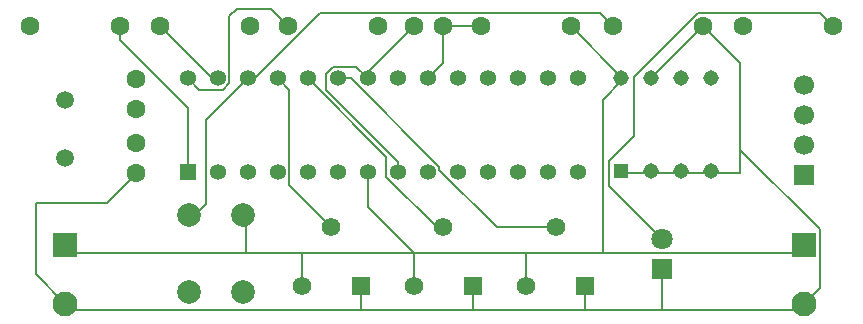
<source format=gbr>
%TF.GenerationSoftware,KiCad,Pcbnew,9.0.3*%
%TF.CreationDate,2025-07-27T16:15:48+02:00*%
%TF.ProjectId,Main Board,4d61696e-2042-46f6-9172-642e6b696361,rev?*%
%TF.SameCoordinates,Original*%
%TF.FileFunction,Copper,L1,Top*%
%TF.FilePolarity,Positive*%
%FSLAX46Y46*%
G04 Gerber Fmt 4.6, Leading zero omitted, Abs format (unit mm)*
G04 Created by KiCad (PCBNEW 9.0.3) date 2025-07-27 16:15:48*
%MOMM*%
%LPD*%
G01*
G04 APERTURE LIST*
%TA.AperFunction,ComponentPad*%
%ADD10R,1.358000X1.358000*%
%TD*%
%TA.AperFunction,ComponentPad*%
%ADD11C,1.358000*%
%TD*%
%TA.AperFunction,ComponentPad*%
%ADD12R,1.308000X1.308000*%
%TD*%
%TA.AperFunction,ComponentPad*%
%ADD13C,1.308000*%
%TD*%
%TA.AperFunction,ComponentPad*%
%ADD14R,2.100000X2.100000*%
%TD*%
%TA.AperFunction,ComponentPad*%
%ADD15C,2.100000*%
%TD*%
%TA.AperFunction,ComponentPad*%
%ADD16R,1.560000X1.560000*%
%TD*%
%TA.AperFunction,ComponentPad*%
%ADD17C,1.560000*%
%TD*%
%TA.AperFunction,ComponentPad*%
%ADD18C,1.600000*%
%TD*%
%TA.AperFunction,ComponentPad*%
%ADD19R,1.800000X1.800000*%
%TD*%
%TA.AperFunction,ComponentPad*%
%ADD20C,1.800000*%
%TD*%
%TA.AperFunction,ComponentPad*%
%ADD21R,1.700000X1.700000*%
%TD*%
%TA.AperFunction,ComponentPad*%
%ADD22C,1.700000*%
%TD*%
%TA.AperFunction,ComponentPad*%
%ADD23C,2.000000*%
%TD*%
%TA.AperFunction,ComponentPad*%
%ADD24C,1.500000*%
%TD*%
%TA.AperFunction,Conductor*%
%ADD25C,0.200000*%
%TD*%
G04 APERTURE END LIST*
D10*
%TO.P,ATM1,1,PC6/~{RESET}*%
%TO.N,Net-(ATM1-PC6{slash}~{RESET})*%
X112368474Y-93836910D03*
D11*
%TO.P,ATM1,2,PD0/RXD*%
%TO.N,unconnected-(ATM1-PD0{slash}RXD-Pad2)*%
X114908474Y-93836910D03*
%TO.P,ATM1,3,PD1/TXD*%
%TO.N,unconnected-(ATM1-PD1{slash}TXD-Pad3)*%
X117448474Y-93836910D03*
%TO.P,ATM1,4,PD2/INT0*%
%TO.N,Net-(ATM1-PD2{slash}INT0)*%
X119988474Y-93836910D03*
%TO.P,ATM1,5,PD3/INT1*%
%TO.N,Net-(ATM1-PD3{slash}INT1)*%
X122528474Y-93836910D03*
%TO.P,ATM1,6,PD4/XCK/T0*%
%TO.N,Net-(ATM1-PD4{slash}XCK{slash}T0)*%
X125068474Y-93836910D03*
%TO.P,ATM1,7,VCC*%
%TO.N,Net-(ATM1-VCC)*%
X127608474Y-93836910D03*
%TO.P,ATM1,8,GND*%
%TO.N,Net-(D1-K)*%
X130148474Y-93836910D03*
%TO.P,ATM1,9,PB6/XTAL1/TOSC1*%
%TO.N,Net-(ATM1-PB6{slash}XTAL1{slash}TOSC1)*%
X132688474Y-93836910D03*
%TO.P,ATM1,10,PB7/XTAL2/TOSC2*%
%TO.N,Net-(ATM1-PB7{slash}XTAL2{slash}TOSC2)*%
X135228474Y-93836910D03*
%TO.P,ATM1,11,PD5/T1*%
%TO.N,Net-(ATM1-PD5{slash}T1)*%
X137768474Y-93836910D03*
%TO.P,ATM1,12,PD6/AIN0*%
%TO.N,Net-(ATM1-PD6{slash}AIN0)*%
X140308474Y-93836910D03*
%TO.P,ATM1,13,PD7/AIN1*%
%TO.N,unconnected-(ATM1-PD7{slash}AIN1-Pad13)*%
X142848474Y-93836910D03*
%TO.P,ATM1,14,PB0/ICP1*%
%TO.N,unconnected-(ATM1-PB0{slash}ICP1-Pad14)*%
X145388474Y-93836910D03*
%TO.P,ATM1,15,PB1/OC1A*%
%TO.N,unconnected-(ATM1-PB1{slash}OC1A-Pad15)*%
X145388474Y-85916910D03*
%TO.P,ATM1,16,PB2/~{SS}/OC1B*%
%TO.N,unconnected-(ATM1-PB2{slash}~{SS}{slash}OC1B-Pad16)*%
X142848474Y-85916910D03*
%TO.P,ATM1,17,PB3/MOSI/OC2*%
%TO.N,unconnected-(ATM1-PB3{slash}MOSI{slash}OC2-Pad17)*%
X140308474Y-85916910D03*
%TO.P,ATM1,18,PB4/MISO*%
%TO.N,unconnected-(ATM1-PB4{slash}MISO-Pad18)*%
X137768474Y-85916910D03*
%TO.P,ATM1,19,PB5/SCK*%
%TO.N,unconnected-(ATM1-PB5{slash}SCK-Pad19)*%
X135228474Y-85916910D03*
%TO.P,ATM1,20,AVCC*%
%TO.N,Net-(ATM1-AVCC)*%
X132688474Y-85916910D03*
%TO.P,ATM1,21,AREF*%
%TO.N,unconnected-(ATM1-AREF-Pad21)*%
X130148474Y-85916910D03*
%TO.P,ATM1,22,GND*%
%TO.N,Net-(D1-K)*%
X127608474Y-85916910D03*
%TO.P,ATM1,23,PC0/ADC0*%
%TO.N,Net-(ATM1-PC0{slash}ADC0)*%
X125068474Y-85916910D03*
%TO.P,ATM1,24,PC1/ADC1*%
%TO.N,Net-(ATM1-PC1{slash}ADC1)*%
X122528474Y-85916910D03*
%TO.P,ATM1,25,PC2/ADC2*%
%TO.N,Net-(ATM1-PC2{slash}ADC2)*%
X119988474Y-85916910D03*
%TO.P,ATM1,26,PC3/ADC3*%
%TO.N,Net-(ATM1-PC3{slash}ADC3)*%
X117448474Y-85916910D03*
%TO.P,ATM1,27,PC4/ADC4/SDA*%
%TO.N,Net-(ATM1-PC4{slash}ADC4{slash}SDA)*%
X114908474Y-85916910D03*
%TO.P,ATM1,28,PC5/ADC5/SCL*%
%TO.N,Net-(ATM1-PC5{slash}ADC5{slash}SCL)*%
X112368474Y-85916910D03*
%TD*%
D12*
%TO.P,U2,1,A0*%
%TO.N,Net-(D1-K)*%
X149073392Y-93781304D03*
D13*
%TO.P,U2,2,A1*%
X151613392Y-93781304D03*
%TO.P,U2,3,A2*%
X154153392Y-93781304D03*
%TO.P,U2,4,GND*%
X156693392Y-93781304D03*
%TO.P,U2,5,SDA*%
%TO.N,Net-(U2-SDA)*%
X156693392Y-85911304D03*
%TO.P,U2,6,SCL*%
%TO.N,Net-(U2-SCL)*%
X154153392Y-85911304D03*
%TO.P,U2,7,WP*%
%TO.N,Net-(D1-K)*%
X151613392Y-85911304D03*
%TO.P,U2,8,VCC*%
%TO.N,Net-(ATM1-VCC)*%
X149073392Y-85911304D03*
%TD*%
D14*
%TO.P,J2,1,1*%
%TO.N,Net-(ATM1-VCC)*%
X164500000Y-100000000D03*
D15*
%TO.P,J2,2,2*%
%TO.N,Net-(D1-K)*%
X164500000Y-105000000D03*
%TD*%
D14*
%TO.P,J1,1,1*%
%TO.N,Net-(ATM1-VCC)*%
X102000000Y-100000000D03*
D15*
%TO.P,J1,2,2*%
%TO.N,Net-(D1-K)*%
X102000000Y-105000000D03*
%TD*%
D16*
%TO.P,RV3,1,1*%
%TO.N,Net-(D1-K)*%
X127000000Y-103500000D03*
D17*
%TO.P,RV3,2,2*%
%TO.N,Net-(ATM1-PC2{slash}ADC2)*%
X124500000Y-98500000D03*
%TO.P,RV3,3,3*%
%TO.N,Net-(ATM1-VCC)*%
X122000000Y-103500000D03*
%TD*%
D18*
%TO.P,R3,1*%
%TO.N,Net-(U2-SCL)*%
X128500000Y-81500000D03*
%TO.P,R3,2*%
%TO.N,Net-(ATM1-PC5{slash}ADC5{slash}SCL)*%
X120880000Y-81500000D03*
%TD*%
D19*
%TO.P,D1,1,K*%
%TO.N,Net-(D1-K)*%
X152500000Y-102040000D03*
D20*
%TO.P,D1,2,A*%
%TO.N,Net-(D1-A)*%
X152500000Y-99500000D03*
%TD*%
D18*
%TO.P,R4,1*%
%TO.N,Net-(ATM1-AVCC)*%
X137190000Y-81500000D03*
%TO.P,R4,2*%
%TO.N,Net-(ATM1-VCC)*%
X144810000Y-81500000D03*
%TD*%
%TO.P,C1,1*%
%TO.N,Net-(ATM1-PB6{slash}XTAL1{slash}TOSC1)*%
X108000000Y-91377766D03*
%TO.P,C1,2*%
%TO.N,Net-(D1-K)*%
X108000000Y-93877766D03*
%TD*%
%TO.P,R2,1*%
%TO.N,Net-(U2-SDA)*%
X117620000Y-81500000D03*
%TO.P,R2,2*%
%TO.N,Net-(ATM1-PC4{slash}ADC4{slash}SDA)*%
X110000000Y-81500000D03*
%TD*%
D21*
%TO.P,U1,1,Z-C*%
%TO.N,Net-(ATM1-PD2{slash}INT0)*%
X164500000Y-94120000D03*
D22*
%TO.P,U1,2,PWM*%
%TO.N,Net-(ATM1-PD3{slash}INT1)*%
X164500000Y-91580000D03*
%TO.P,U1,3,AC_DTCTR*%
%TO.N,Net-(ATM1-PD4{slash}XCK{slash}T0)*%
X164500000Y-89040000D03*
%TO.P,U1,4,AC_SW*%
%TO.N,Net-(ATM1-PD5{slash}T1)*%
X164500000Y-86500000D03*
%TD*%
D18*
%TO.P,C2,1*%
%TO.N,Net-(D1-K)*%
X108000000Y-86000000D03*
%TO.P,C2,2*%
%TO.N,Net-(ATM1-PB7{slash}XTAL2{slash}TOSC2)*%
X108000000Y-88500000D03*
%TD*%
D23*
%TO.P,SW1,1,1*%
%TO.N,Net-(ATM1-PC3{slash}ADC3)*%
X112500000Y-104000000D03*
X112500000Y-97500000D03*
%TO.P,SW1,2,2*%
%TO.N,Net-(ATM1-VCC)*%
X117000000Y-104000000D03*
X117000000Y-97500000D03*
%TD*%
D18*
%TO.P,R5,1*%
%TO.N,Net-(D1-K)*%
X156000000Y-81500000D03*
%TO.P,R5,2*%
%TO.N,Net-(ATM1-PC3{slash}ADC3)*%
X148380000Y-81500000D03*
%TD*%
D24*
%TO.P,Y1,1,1*%
%TO.N,Net-(ATM1-PB6{slash}XTAL1{slash}TOSC1)*%
X101999999Y-92616745D03*
%TO.P,Y1,2,2*%
%TO.N,Net-(ATM1-PB7{slash}XTAL2{slash}TOSC2)*%
X101999999Y-87736745D03*
%TD*%
D16*
%TO.P,RV2,1,1*%
%TO.N,Net-(D1-K)*%
X136500000Y-103500000D03*
D17*
%TO.P,RV2,2,2*%
%TO.N,Net-(ATM1-PC1{slash}ADC1)*%
X134000000Y-98500000D03*
%TO.P,RV2,3,3*%
%TO.N,Net-(ATM1-VCC)*%
X131500000Y-103500000D03*
%TD*%
D16*
%TO.P,RV1,1,1*%
%TO.N,Net-(D1-K)*%
X146000000Y-103500000D03*
D17*
%TO.P,RV1,2,2*%
%TO.N,Net-(ATM1-PC0{slash}ADC0)*%
X143500000Y-98500000D03*
%TO.P,RV1,3,3*%
%TO.N,Net-(ATM1-VCC)*%
X141000000Y-103500000D03*
%TD*%
D18*
%TO.P,R6,1*%
%TO.N,Net-(ATM1-PD6{slash}AIN0)*%
X159380000Y-81500000D03*
%TO.P,R6,2*%
%TO.N,Net-(D1-A)*%
X167000000Y-81500000D03*
%TD*%
%TO.P,C3,1*%
%TO.N,Net-(ATM1-AVCC)*%
X134000000Y-81500000D03*
%TO.P,C3,2*%
%TO.N,Net-(D1-K)*%
X131500000Y-81500000D03*
%TD*%
%TO.P,R1,1*%
%TO.N,Net-(ATM1-PC6{slash}~{RESET})*%
X106620000Y-81500000D03*
%TO.P,R1,2*%
%TO.N,Net-(ATM1-VCC)*%
X99000000Y-81500000D03*
%TD*%
D25*
%TO.N,Net-(ATM1-VCC)*%
X122000000Y-103500000D02*
X122000000Y-100701000D01*
X127608474Y-96809474D02*
X131500000Y-100701000D01*
X131500000Y-100701000D02*
X141000000Y-100701000D01*
X147500000Y-100701000D02*
X163799000Y-100701000D01*
X127608474Y-93836910D02*
X127608474Y-96809474D01*
X117255213Y-100701000D02*
X122000000Y-100701000D01*
X144810000Y-81500000D02*
X149160981Y-85850981D01*
X147500000Y-87731184D02*
X147500000Y-100701000D01*
X102201000Y-100701000D02*
X117255213Y-100701000D01*
X149160981Y-86070203D02*
X147500000Y-87731184D01*
X117250000Y-100695787D02*
X117255213Y-100701000D01*
X131500000Y-103500000D02*
X131500000Y-100701000D01*
X141000000Y-100701000D02*
X147500000Y-100701000D01*
X122000000Y-100701000D02*
X131500000Y-100701000D01*
X141000000Y-103500000D02*
X141000000Y-100701000D01*
X117250000Y-97756570D02*
X117250000Y-100695787D01*
%TO.N,Net-(ATM1-PC5{slash}ADC5{slash}SCL)*%
X116500000Y-80000000D02*
X115888474Y-80611526D01*
X113348474Y-86896910D02*
X112368474Y-85916910D01*
X115314404Y-86896910D02*
X113348474Y-86896910D01*
X120880000Y-81500000D02*
X119380000Y-80000000D01*
X115888474Y-80611526D02*
X115888474Y-86322840D01*
X115888474Y-86322840D02*
X115314404Y-86896910D01*
X119380000Y-80000000D02*
X116500000Y-80000000D01*
%TO.N,Net-(D1-K)*%
X159142203Y-91940203D02*
X165851000Y-98649000D01*
X152500000Y-102040000D02*
X152500000Y-105557570D01*
X131500000Y-81500000D02*
X127608474Y-85391526D01*
X130148474Y-92969810D02*
X130148474Y-93836910D01*
X99500000Y-96500000D02*
X99500000Y-102500000D01*
X127608474Y-85916910D02*
X126628474Y-84936910D01*
X127000000Y-103500000D02*
X127000000Y-105557570D01*
X108000000Y-94000000D02*
X105500000Y-96500000D01*
X126628474Y-84936910D02*
X124662544Y-84936910D01*
X124662544Y-84936910D02*
X124088474Y-85510980D01*
X165851000Y-98649000D02*
X165851000Y-103649000D01*
X156000000Y-81500000D02*
X151700981Y-85799019D01*
X127000000Y-105557570D02*
X136500000Y-105557570D01*
X159142203Y-84642203D02*
X159142203Y-93940203D01*
X99500000Y-102500000D02*
X102000000Y-105000000D01*
X165851000Y-103649000D02*
X164500000Y-105000000D01*
X124088474Y-85510980D02*
X124088474Y-86909810D01*
X156000000Y-81500000D02*
X159142203Y-84642203D01*
X136500000Y-103500000D02*
X136500000Y-105557570D01*
X151700981Y-93940203D02*
X154240981Y-93940203D01*
X146000000Y-103500000D02*
X146000000Y-105557570D01*
X102057570Y-105557570D02*
X127000000Y-105557570D01*
X156780981Y-93940203D02*
X159142203Y-93940203D01*
X136500000Y-105557570D02*
X146000000Y-105557570D01*
X149160981Y-93940203D02*
X151700981Y-93940203D01*
X152500000Y-105557570D02*
X163942430Y-105557570D01*
X124088474Y-86909810D02*
X130148474Y-92969810D01*
X154240981Y-93940203D02*
X156780981Y-93940203D01*
X105500000Y-96500000D02*
X99500000Y-96500000D01*
X146000000Y-105557570D02*
X152500000Y-105557570D01*
%TO.N,Net-(ATM1-PC3{slash}ADC3)*%
X123538050Y-80399000D02*
X118020140Y-85916910D01*
X113928474Y-89436910D02*
X113928474Y-96578096D01*
X117448474Y-85916910D02*
X113928474Y-89436910D01*
X147279000Y-80399000D02*
X123538050Y-80399000D01*
X148380000Y-81500000D02*
X147279000Y-80399000D01*
X113928474Y-96578096D02*
X112750000Y-97756570D01*
%TO.N,Net-(ATM1-PC6{slash}~{RESET})*%
X106620000Y-81500000D02*
X106620000Y-82631370D01*
X106620000Y-82631370D02*
X112368474Y-88379844D01*
X112368474Y-88379844D02*
X112368474Y-93836910D01*
%TO.N,Net-(ATM1-PC4{slash}ADC4{slash}SDA)*%
X110000000Y-81500000D02*
X114416910Y-85916910D01*
%TO.N,Net-(ATM1-PC0{slash}ADC0)*%
X138505634Y-98500000D02*
X143500000Y-98500000D01*
X133668474Y-93662840D02*
X138505634Y-98500000D01*
X126154404Y-85916910D02*
X133668474Y-93430980D01*
X125068474Y-85916910D02*
X126154404Y-85916910D01*
X133668474Y-93430980D02*
X133668474Y-93662840D01*
%TO.N,Net-(ATM1-PC2{slash}ADC2)*%
X120968474Y-86896910D02*
X120968474Y-94968474D01*
X119988474Y-85916910D02*
X120968474Y-86896910D01*
X120968474Y-94968474D02*
X124500000Y-98500000D01*
%TO.N,Net-(ATM1-AVCC)*%
X134000000Y-81500000D02*
X134000000Y-84605384D01*
X134000000Y-81500000D02*
X137190000Y-81500000D01*
X134000000Y-84605384D02*
X132688474Y-85916910D01*
%TO.N,Net-(ATM1-PC1{slash}ADC1)*%
X122528474Y-85916910D02*
X129168474Y-92556910D01*
X129168474Y-92556910D02*
X129168474Y-94242840D01*
X129168474Y-94242840D02*
X133425634Y-98500000D01*
%TO.N,Net-(D1-A)*%
X152500000Y-99500000D02*
X148000000Y-95000000D01*
X148000000Y-92944696D02*
X150115981Y-90828715D01*
X155543950Y-80399000D02*
X165899000Y-80399000D01*
X148000000Y-95000000D02*
X148000000Y-92944696D01*
X165899000Y-80399000D02*
X167000000Y-81500000D01*
X150115981Y-90828715D02*
X150115981Y-85826969D01*
X150115981Y-85826969D02*
X155543950Y-80399000D01*
%TD*%
M02*

</source>
